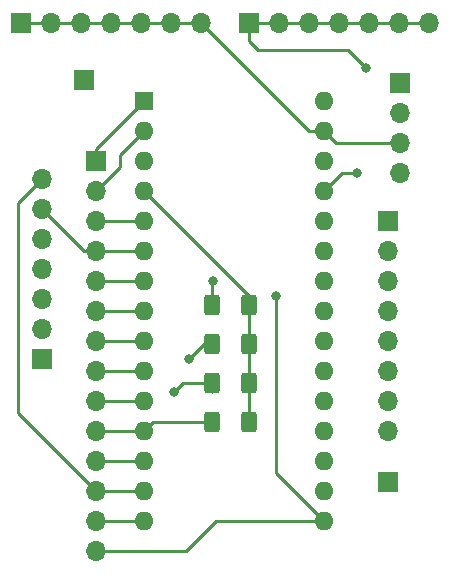
<source format=gbl>
G04 #@! TF.GenerationSoftware,KiCad,Pcbnew,7.0.10*
G04 #@! TF.CreationDate,2024-01-19T13:14:19-08:00*
G04 #@! TF.ProjectId,Jettabrain,4a657474-6162-4726-9169-6e2e6b696361,rev?*
G04 #@! TF.SameCoordinates,Original*
G04 #@! TF.FileFunction,Copper,L2,Bot*
G04 #@! TF.FilePolarity,Positive*
%FSLAX46Y46*%
G04 Gerber Fmt 4.6, Leading zero omitted, Abs format (unit mm)*
G04 Created by KiCad (PCBNEW 7.0.10) date 2024-01-19 13:14:19*
%MOMM*%
%LPD*%
G01*
G04 APERTURE LIST*
G04 Aperture macros list*
%AMRoundRect*
0 Rectangle with rounded corners*
0 $1 Rounding radius*
0 $2 $3 $4 $5 $6 $7 $8 $9 X,Y pos of 4 corners*
0 Add a 4 corners polygon primitive as box body*
4,1,4,$2,$3,$4,$5,$6,$7,$8,$9,$2,$3,0*
0 Add four circle primitives for the rounded corners*
1,1,$1+$1,$2,$3*
1,1,$1+$1,$4,$5*
1,1,$1+$1,$6,$7*
1,1,$1+$1,$8,$9*
0 Add four rect primitives between the rounded corners*
20,1,$1+$1,$2,$3,$4,$5,0*
20,1,$1+$1,$4,$5,$6,$7,0*
20,1,$1+$1,$6,$7,$8,$9,0*
20,1,$1+$1,$8,$9,$2,$3,0*%
G04 Aperture macros list end*
G04 #@! TA.AperFunction,ComponentPad*
%ADD10R,1.700000X1.700000*%
G04 #@! TD*
G04 #@! TA.AperFunction,ComponentPad*
%ADD11O,1.700000X1.700000*%
G04 #@! TD*
G04 #@! TA.AperFunction,ComponentPad*
%ADD12O,1.600000X1.600000*%
G04 #@! TD*
G04 #@! TA.AperFunction,ComponentPad*
%ADD13R,1.600000X1.600000*%
G04 #@! TD*
G04 #@! TA.AperFunction,SMDPad,CuDef*
%ADD14RoundRect,0.250000X0.400000X0.625000X-0.400000X0.625000X-0.400000X-0.625000X0.400000X-0.625000X0*%
G04 #@! TD*
G04 #@! TA.AperFunction,ViaPad*
%ADD15C,0.800000*%
G04 #@! TD*
G04 #@! TA.AperFunction,Conductor*
%ADD16C,0.250000*%
G04 #@! TD*
G04 APERTURE END LIST*
D10*
X129540000Y-86614000D03*
D11*
X125984000Y-94996000D03*
X125984000Y-97536000D03*
X125984000Y-100076000D03*
X125984000Y-102616000D03*
X125984000Y-105156000D03*
X125984000Y-107696000D03*
D10*
X125984000Y-110236000D03*
X155321000Y-120650000D03*
D12*
X149860000Y-88392000D03*
X149860000Y-90932000D03*
X149860000Y-93472000D03*
X149860000Y-96012000D03*
X149860000Y-98552000D03*
X149860000Y-101092000D03*
X149860000Y-103632000D03*
X149860000Y-106172000D03*
X149860000Y-108712000D03*
X149860000Y-111252000D03*
X149860000Y-113792000D03*
X149860000Y-116332000D03*
X149860000Y-118872000D03*
X149860000Y-121412000D03*
X149860000Y-123952000D03*
X134620000Y-123952000D03*
X134620000Y-121412000D03*
X134620000Y-118872000D03*
X134620000Y-116332000D03*
X134620000Y-113792000D03*
X134620000Y-111252000D03*
X134620000Y-108712000D03*
X134620000Y-106172000D03*
X134620000Y-103632000D03*
X134620000Y-101092000D03*
X134620000Y-98552000D03*
X134620000Y-96012000D03*
X134620000Y-93472000D03*
X134620000Y-90932000D03*
D13*
X134620000Y-88392000D03*
D11*
X155321000Y-116332000D03*
X155321000Y-113792000D03*
X155321000Y-111252000D03*
X155321000Y-108712000D03*
X155321000Y-106172000D03*
X155321000Y-103632000D03*
X155321000Y-101092000D03*
D10*
X155321000Y-98552000D03*
D11*
X139446000Y-81788000D03*
X136906000Y-81788000D03*
X134366000Y-81788000D03*
X131826000Y-81788000D03*
X129286000Y-81788000D03*
X126746000Y-81788000D03*
D10*
X124206000Y-81788000D03*
X143505000Y-81788000D03*
D11*
X146045000Y-81788000D03*
X148585000Y-81788000D03*
X151125000Y-81788000D03*
X153665000Y-81788000D03*
X156205000Y-81788000D03*
X158745000Y-81788000D03*
X156280000Y-94498000D03*
X156280000Y-91958000D03*
X156280000Y-89418000D03*
D10*
X156280000Y-86878000D03*
D14*
X140410000Y-115546000D03*
X143510000Y-115546000D03*
D11*
X130556000Y-126492000D03*
X130556000Y-123952000D03*
X130556000Y-121412000D03*
X130556000Y-118872000D03*
X130556000Y-116332000D03*
X130556000Y-113792000D03*
X130556000Y-111252000D03*
X130556000Y-108712000D03*
X130556000Y-106172000D03*
X130556000Y-103632000D03*
X130556000Y-101092000D03*
X130556000Y-98552000D03*
X130556000Y-96012000D03*
D10*
X130556000Y-93472000D03*
D14*
X140410000Y-112256000D03*
X143510000Y-112256000D03*
X140410000Y-108966000D03*
X143510000Y-108966000D03*
X140410000Y-105676000D03*
X143510000Y-105676000D03*
D15*
X153416000Y-85598000D03*
X152654000Y-94498000D03*
X137160000Y-113030000D03*
X138430000Y-110236000D03*
X145796000Y-104902000D03*
X140462000Y-103632000D03*
D16*
X153665000Y-81788000D02*
X156205000Y-81788000D01*
X143505000Y-81788000D02*
X143505000Y-83307000D01*
X143505000Y-81788000D02*
X146045000Y-81788000D01*
X151125000Y-81788000D02*
X153665000Y-81788000D01*
X144272000Y-84074000D02*
X151892000Y-84074000D01*
X156205000Y-81788000D02*
X158745000Y-81788000D01*
X151892000Y-84074000D02*
X153416000Y-85598000D01*
X143505000Y-83307000D02*
X144272000Y-84074000D01*
X148585000Y-81788000D02*
X151125000Y-81788000D01*
X146045000Y-81788000D02*
X148585000Y-81788000D01*
X152654000Y-94498000D02*
X151374000Y-94498000D01*
X151374000Y-94498000D02*
X149860000Y-96012000D01*
X130302000Y-93472000D02*
X131064000Y-93472000D01*
X134620000Y-88392000D02*
X130556000Y-92456000D01*
X130556000Y-92456000D02*
X130556000Y-93472000D01*
X132588000Y-92964000D02*
X132588000Y-93980000D01*
X132588000Y-93980000D02*
X130556000Y-96012000D01*
X134620000Y-90932000D02*
X132588000Y-92964000D01*
X143510000Y-108966000D02*
X143510000Y-112256000D01*
X134620000Y-96012000D02*
X143510000Y-104902000D01*
X143510000Y-112256000D02*
X143510000Y-115546000D01*
X143510000Y-105676000D02*
X143510000Y-108966000D01*
X143510000Y-104902000D02*
X143510000Y-105676000D01*
X130556000Y-98552000D02*
X134620000Y-98552000D01*
X134620000Y-101092000D02*
X130556000Y-101092000D01*
X129540000Y-101092000D02*
X130556000Y-101092000D01*
X125984000Y-97536000D02*
X129540000Y-101092000D01*
X130556000Y-103632000D02*
X134620000Y-103632000D01*
X134620000Y-106172000D02*
X130556000Y-106172000D01*
X130556000Y-108712000D02*
X134620000Y-108712000D01*
X130556000Y-111252000D02*
X134620000Y-111252000D01*
X134620000Y-113792000D02*
X130556000Y-113792000D01*
X130556000Y-116332000D02*
X134620000Y-116332000D01*
X140410000Y-115546000D02*
X135406000Y-115546000D01*
X135406000Y-115546000D02*
X134620000Y-116332000D01*
X134620000Y-118872000D02*
X130556000Y-118872000D01*
X137934000Y-112256000D02*
X137160000Y-113030000D01*
X140410000Y-112256000D02*
X140410000Y-112978000D01*
X140410000Y-112256000D02*
X137934000Y-112256000D01*
X125984000Y-94996000D02*
X123952000Y-97028000D01*
X130556000Y-121412000D02*
X134620000Y-121412000D01*
X123952000Y-114808000D02*
X130556000Y-121412000D01*
X123952000Y-97028000D02*
X123952000Y-114808000D01*
X140410000Y-108966000D02*
X139700000Y-108966000D01*
X139700000Y-108966000D02*
X138430000Y-110236000D01*
X134620000Y-123952000D02*
X130556000Y-123952000D01*
X140716000Y-123952000D02*
X149860000Y-123952000D01*
X140410000Y-103684000D02*
X140462000Y-103632000D01*
X145796000Y-104902000D02*
X145796000Y-119888000D01*
X140410000Y-105676000D02*
X140410000Y-103684000D01*
X145796000Y-119888000D02*
X149860000Y-123952000D01*
X130556000Y-126492000D02*
X138176000Y-126492000D01*
X138176000Y-126492000D02*
X140716000Y-123952000D01*
X129286000Y-81788000D02*
X126746000Y-81788000D01*
X156280000Y-91958000D02*
X150886000Y-91958000D01*
X126746000Y-81788000D02*
X124206000Y-81788000D01*
X148590000Y-90932000D02*
X149860000Y-90932000D01*
X134366000Y-81788000D02*
X131826000Y-81788000D01*
X136906000Y-81788000D02*
X134366000Y-81788000D01*
X131826000Y-81788000D02*
X129286000Y-81788000D01*
X150886000Y-91958000D02*
X149860000Y-90932000D01*
X139446000Y-81788000D02*
X148590000Y-90932000D01*
X139446000Y-81788000D02*
X136906000Y-81788000D01*
M02*

</source>
